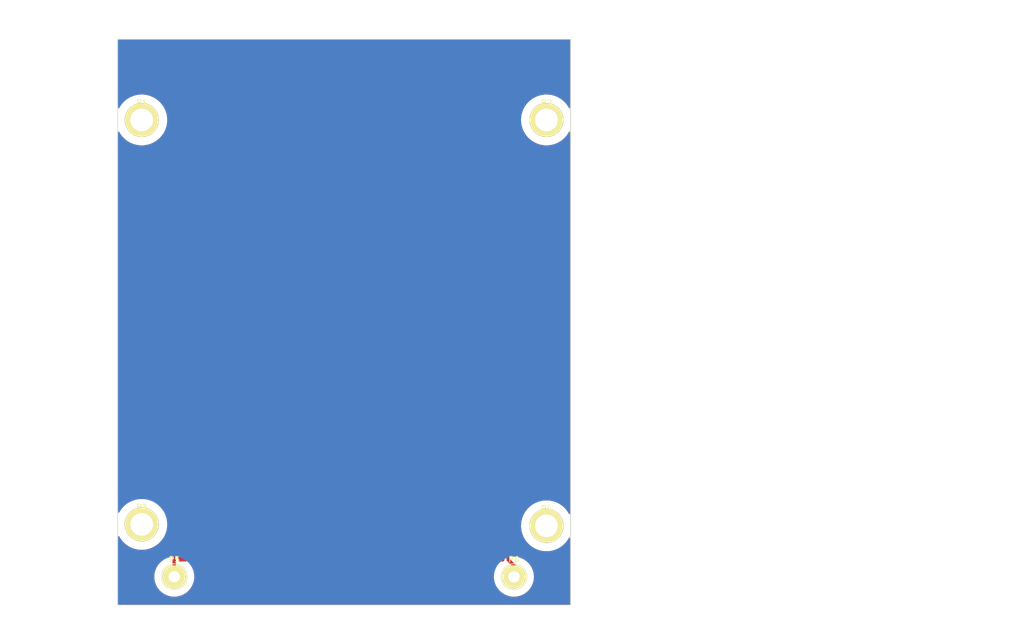
<source format=kicad_pcb>
(kicad_pcb (version 20221018) (generator pcbnew)
  (layers (0 "F.Cu" signal) (31 "B.Cu" signal) (34 "B.Paste" user) (35 "F.Paste" user) (36 "B.SilkS" user "B.Silkscreen") (37 "F.SilkS" user "F.Silkscreen") (38 "B.Mask" user) (39 "F.Mask" user) (44 "Edge.Cuts" user))
  (net 0 "")
  (net 1 "Net-(P1-Pad1)")
  (net 2 "Net-(P2-Pad1)")
  (net 3 "Net-(P3-Pad1)")
  (net 4 "Net-(P4-Pad1)")
  (net 5 "Net-(P5-Pad1)")
  (footprint "Connect:1pin" (layer "F.Cu") (at 75.5 65.75)
    (fp_text reference "P1" (at 0 -3.048) (layer "F.SilkS"))
    (fp_text value "CONN_01X01" hide)
    (fp_circle (center 0 0) (end 0 -2.286) (stroke (width 0.15)) (fill none) (layer "F.SilkS"))
    (pad "1" thru_hole circle (at 0 0) (size 6 6) (drill 4) (layers "*.Cu" "*.Mask" "F.SilkS") (net 1 "Net-(P1-Pad1)"))
  )
  (footprint "Connect:1pin" (layer "F.Cu") (at 147 65.75)
    (fp_text reference "P2" (at 0 -3.048) (layer "F.SilkS"))
    (fp_text value "CONN_01X01" hide)
    (fp_circle (center 0 0) (end 0 -2.286) (stroke (width 0.15)) (fill none) (layer "F.SilkS"))
    (pad "1" thru_hole circle (at 0 0) (size 6 6) (drill 4) (layers "*.Cu" "*.Mask" "F.SilkS") (net 2 "Net-(P2-Pad1)"))
  )
  (footprint "Connect:1pin" (layer "F.Cu") (at 75.5 137.25)
    (fp_text reference "P3" (at 0 -3.048) (layer "F.SilkS"))
    (fp_text value "CONN_01X01" hide)
    (fp_circle (center 0 0) (end 0 -2.286) (stroke (width 0.15)) (fill none) (layer "F.SilkS"))
    (pad "1" thru_hole circle (at 0 0) (size 6 6) (drill 4) (layers "*.Cu" "*.Mask" "F.SilkS") (net 3 "Net-(P3-Pad1)"))
  )
  (footprint "Connect:1pin" (layer "F.Cu") (at 147 137.5)
    (fp_text reference "P4" (at 0 -3.048) (layer "F.SilkS"))
    (fp_text value "CONN_01X01" hide)
    (fp_circle (center 0 0) (end 0 -2.286) (stroke (width 0.15)) (fill none) (layer "F.SilkS"))
    (pad "1" thru_hole circle (at 0 0) (size 6 6) (drill 4) (layers "*.Cu" "*.Mask" "F.SilkS") (net 4 "Net-(P4-Pad1)"))
  )
  (footprint "Connect:1pin" (layer "F.Cu") (at 81.25 146.5)
    (fp_text reference "P5" (at 0 -3.048) (layer "F.SilkS"))
    (fp_text value "CONN_01X01" hide)
    (fp_circle (center 0 0) (end 0 -2.286) (stroke (width 0.15)) (fill none) (layer "F.SilkS"))
    (pad "1" thru_hole circle (at 0 0) (size 4.064 4.064) (drill 2) (layers "*.Cu" "*.Mask" "F.SilkS") (net 5 "Net-(P5-Pad1)"))
  )
  (footprint "Connect:1pin" (layer "F.Cu") (at 141.25 146.5)
    (fp_text reference "P6" (at 0 -3.048) (layer "F.SilkS"))
    (fp_text value "CONN_01X01" hide)
    (fp_circle (center 0 0) (end 0 -2.286) (stroke (width 0.15)) (fill none) (layer "F.SilkS"))
    (pad "1" thru_hole circle (at 0 0) (size 4.064 4.064) (drill 2) (layers "*.Cu" "*.Mask" "F.SilkS") (net 5 "Net-(P5-Pad1)"))
  )
  (gr_line (start 151.25 151.5) (end 151.25 51.5) (stroke (width 0.1)) (layer "Edge.Cuts"))
  (gr_line (start 151.25 51.5) (end 151.25 151.5) (stroke (width 0.1)) (layer "Edge.Cuts"))
  (gr_line (start 151.25 151.5) (end 71.25 151.5) (stroke (width 0.1)) (layer "Edge.Cuts"))
  (gr_line (start 71.25 151.5) (end 71.25 51.5) (stroke (width 0.1)) (layer "Edge.Cuts"))
  (gr_line (start 71.25 51.5) (end 151.25 51.5) (stroke (width 0.1)) (layer "Edge.Cuts"))
  (segment (start 81.25 56.5) (end 82.25 56.5) (width 0.6) (layer "F.Cu") (net 5))
  (segment (start 85.25 56.5) (end 85.25 143.5) (width 0.6) (layer "F.Cu") (net 5))
  (segment (start 82.25 143.5) (end 83.25 143.5) (width 0.6) (layer "F.Cu") (net 5))
  (segment (start 83.25 143.5) (end 83.25 56.5) (width 0.6) (layer "F.Cu") (net 5))
  (segment (start 83.25 56.5) (end 84.25 56.5) (width 0.6) (layer "F.Cu") (net 5))
  (segment (start 84.25 56.5) (end 84.25 143.5) (width 0.6) (layer "F.Cu") (net 5))
  (segment (start 84.25 143.5) (end 85.25 143.5) (width 0.6) (layer "F.Cu") (net 5))
  (segment (start 86.25 56.5) (end 86.25 146.5) (width 0.6) (layer "F.Cu") (net 5))
  (segment (start 86.25 146.5) (end 87.25 146.5) (width 0.6) (layer "F.Cu") (net 5))
  (segment (start 87.25 146.5) (end 87.25 56.5) (width 0.6) (layer "F.Cu") (net 5))
  (segment (start 87.25 56.5) (end 88.25 56.5) (width 0.6) (layer "F.Cu") (net 5))
  (segment (start 88.25 56.5) (end 88.25 146.5) (width 0.6) (layer "F.Cu") (net 5))
  (segment (start 88.25 146.5) (end 89.25 146.5) (width 0.6) (layer "F.Cu") (net 5))
  (segment (start 89.25 146.5) (end 89.25 56.5) (width 0.6) (layer "F.Cu") (net 5))
  (segment (start 89.25 56.5) (end 90.25 56.5) (width 0.6) (layer "F.Cu") (net 5))
  (segment (start 90.25 56.5) (end 90.25 146.5) (width 0.6) (layer "F.Cu") (net 5))
  (segment (start 90.25 146.5) (end 91.25 146.5) (width 0.6) (layer "F.Cu") (net 5))
  (segment (start 91.25 146.5) (end 91.25 56.5) (width 0.6) (layer "F.Cu") (net 5))
  (segment (start 92.25 56.5) (end 92.25 61.5) (width 0.6) (layer "F.Cu") (net 5))
  (segment (start 92.25 61.5) (end 92.25 146.5) (width 0.6) (layer "F.Cu") (net 5))
  (segment (start 92.25 146.5) (end 93.25 146.5) (width 0.6) (layer "F.Cu") (net 5))
  (segment (start 93.25 146.5) (end 93.25 56.5) (width 0.6) (layer "F.Cu") (net 5))
  (segment (start 93.25 56.5) (end 94.25 56.5) (width 0.6) (layer "F.Cu") (net 5))
  (segment (start 94.25 56.5) (end 94.25 146.5) (width 0.6) (layer "F.Cu") (net 5))
  (segment (start 94.25 146.5) (end 95.25 146.5) (width 0.6) (layer "F.Cu") (net 5))
  (segment (start 95.25 146.5) (end 95.25 56.5) (width 0.6) (layer "F.Cu") (net 5))
  (segment (start 95.25 56.5) (end 96.25 56.5) (width 0.6) (layer "F.Cu") (net 5))
  (segment (start 96.25 56.5) (end 96.25 146.5) (width 0.6) (layer "F.Cu") (net 5))
  (segment (start 96.25 146.5) (end 97.25 146.5) (width 0.6) (layer "F.Cu") (net 5))
  (segment (start 97.25 146.5) (end 97.25 56.5) (width 0.6) (layer "F.Cu") (net 5))
  (segment (start 97.25 56.5) (end 98.25 56.5) (width 0.6) (layer "F.Cu") (net 5))
  (segment (start 98.25 56.5) (end 98.25 146.5) (width 0.6) (layer "F.Cu") (net 5))
  (segment (start 98.25 146.5) (end 99.25 146.5) (width 0.6) (layer "F.Cu") (net 5))
  (segment (start 99.25 146.5) (end 99.25 56.5) (width 0.6) (layer "F.Cu") (net 5))
  (segment (start 99.25 56.5) (end 100.25 56.5) (width 0.6) (layer "F.Cu") (net 5))
  (segment (start 100.25 56.5) (end 100.25 146.5) (width 0.6) (layer "F.Cu") (net 5))
  (segment (start 100.25 146.5) (end 101.25 146.5) (width 0.6) (layer "F.Cu") (net 5))
  (segment (start 101.25 146.5) (end 101.25 56.5) (width 0.6) (layer "F.Cu") (net 5))
  (segment (start 101.25 56.5) (end 102.25 56.5) (width 0.6) (layer "F.Cu") (net 5))
  (segment (start 102.25 56.5) (end 102.25 146.5) (width 0.6) (layer "F.Cu") (net 5))
  (segment (start 102.25 146.5) (end 103.25 146.5) (width 0.6) (layer "F.Cu") (net 5))
  (segment (start 103.25 146.5) (end 103.25 56.5) (width 0.6) (layer "F.Cu") (net 5))
  (segment (start 105.25 146.5) (end 105.25 56.5) (width 0.6) (layer "F.Cu") (net 5))
  (segment (start 105.25 56.5) (end 106.25 56.5) (width 0.6) (layer "F.Cu") (net 5))
  (segment (start 106.25 56.5) (end 106.25 146.5) (width 0.6) (layer "F.Cu") (net 5))
  (segment (start 107.25 146.5) (end 107.25 56.5) (width 0.6) (layer "F.Cu") (net 5))
  (segment (start 124.25 146.5) (end 125.25 146.5) (width 0.6) (layer "F.Cu") (net 5))
  (segment (start 123.25 56.5) (end 124.25 56.5) (width 0.6) (layer "F.Cu") (net 5))
  (segment (start 112.25 56.5) (end 112.25 61.5) (width 0.6) (layer "F.Cu") (net 5))
  (segment (start 112.25 61.5) (end 112.25 146.5) (width 0.6) (layer "F.Cu") (net 5))
  (segment (start 112.25 146.5) (end 113.25 146.5) (width 0.6) (layer "F.Cu") (net 5))
  (segment (start 113.25 146.5) (end 113.25 56.5) (width 0.6) (layer "F.Cu") (net 5))
  (segment (start 113.25 56.5) (end 114.25 56.5) (width 0.6) (layer "F.Cu") (net 5))
  (segment (start 114.25 56.5) (end 114.25 146.5) (width 0.6) (layer "F.Cu") (net 5))
  (segment (start 114.25 146.5) (end 115.25 146.5) (width 0.6) (layer "F.Cu") (net 5))
  (segment (start 115.25 146.5) (end 115.25 56.5) (width 0.6) (layer "F.Cu") (net 5))
  (segment (start 115.25 56.5) (end 116.25 56.5) (width 0.6) (layer "F.Cu") (net 5))
  (segment (start 116.25 56.5) (end 116.25 146.5) (width 0.6) (layer "F.Cu") (net 5))
  (segment (start 116.25 146.5) (end 117.25 146.5) (width 0.6) (layer "F.Cu") (net 5))
  (segment (start 117.25 146.5) (end 117.25 56.5) (width 0.6) (layer "F.Cu") (net 5))
  (segment (start 117.25 56.5) (end 118.25 56.5) (width 0.6) (layer "F.Cu") (net 5))
  (segment (start 118.25 56.5) (end 118.25 146.5) (width 0.6) (layer "F.Cu") (net 5))
  (segment (start 118.25 146.5) (end 119.25 146.5) (width 0.6) (layer "F.Cu") (net 5))
  (segment (start 119.25 146.5) (end 119.25 56.5) (width 0.6) (layer "F.Cu") (net 5))
  (segment (start 119.25 56.5) (end 120.25 56.5) (width 0.6) (layer "F.Cu") (net 5))
  (segment (start 120.25 56.5) (end 120.25 146.5) (width 0.6) (layer "F.Cu") (net 5))
  (segment (start 120.25 146.5) (end 121.25 146.5) (width 0.6) (layer "F.Cu") (net 5))
  (segment (start 121.25 146.5) (end 121.25 56.5) (width 0.6) (layer "F.Cu") (net 5))
  (segment (start 121.25 56.5) (end 122.25 56.5) (width 0.6) (layer "F.Cu") (net 5))
  (segment (start 122.25 56.5) (end 122.25 146.5) (width 0.6) (layer "F.Cu") (net 5))
  (segment (start 122.25 146.5) (end 123.25 146.5) (width 0.6) (layer "F.Cu") (net 5))
  (segment (start 123.25 146.5) (end 123.25 56.5) (width 0.6) (layer "F.Cu") (net 5))
  (segment (start 111.25 146.5) (end 111.25 56.5) (width 0.6) (layer "F.Cu") (net 5))
  (segment (start 110.25 146.5) (end 111.25 146.5) (width 0.6) (layer "F.Cu") (net 5))
  (segment (start 110.25 56.5) (end 110.25 146.5) (width 0.6) (layer "F.Cu") (net 5))
  (segment (start 109.25 56.5) (end 110.25 56.5) (width 0.6) (layer "F.Cu") (net 5))
  (segment (start 109.25 146.5) (end 109.25 56.5) (width 0.6) (layer "F.Cu") (net 5))
  (segment (start 108.25 146.5) (end 109.25 146.5) (width 0.6) (layer "F.Cu") (net 5))
  (segment (start 108.25 56.5) (end 108.25 146.5) (width 0.6) (layer "F.Cu") (net 5))
  (segment (start 107.25 56.5) (end 108.25 56.5) (width 0.6) (layer "F.Cu") (net 5))
  (segment (start 106.25 146.5) (end 107.25 146.5) (width 0.6) (layer "F.Cu") (net 5))
  (segment (start 111.25 56.5) (end 112.25 56.5) (width 0.6) (layer "F.Cu") (net 5))
  (segment (start 124.25 146.5) (end 124.25 56.5) (width 0.6) (layer "F.Cu") (net 5))
  (segment (start 127.25 146.5) (end 127.25 56.5) (width 0.6) (layer "F.Cu") (net 5))
  (segment (start 126.25 146.5) (end 127.25 146.5) (width 0.6) (layer "F.Cu") (net 5))
  (segment (start 126.25 56.5) (end 126.25 146.5) (width 0.6) (layer "F.Cu") (net 5))
  (segment (start 125.25 56.5) (end 126.25 56.5) (width 0.6) (layer "F.Cu") (net 5))
  (segment (start 125.25 146.5) (end 125.25 56.5) (width 0.6) (layer "F.Cu") (net 5))
  (segment (start 128.25 56.5) (end 128.25 146.5) (width 0.6) (layer "F.Cu") (net 5))
  (segment (start 128.25 146.5) (end 129.25 146.5) (width 0.6) (layer "F.Cu") (net 5))
  (segment (start 129.25 146.5) (end 129.25 56.5) (width 0.6) (layer "F.Cu") (net 5))
  (segment (start 129.25 56.5) (end 130.25 56.5) (width 0.6) (layer "F.Cu") (net 5))
  (segment (start 130.25 56.5) (end 130.25 146.5) (width 0.6) (layer "F.Cu") (net 5))
  (segment (start 130.25 146.5) (end 131.25 146.5) (width 0.6) (layer "F.Cu") (net 5))
  (segment (start 131.25 146.5) (end 131.25 56.5) (width 0.6) (layer "F.Cu") (net 5))
  (segment (start 131.25 56.5) (end 132.25 56.5) (width 0.6) (layer "F.Cu") (net 5))
  (segment (start 132.25 56.5) (end 132.25 146.5) (width 0.6) (layer "F.Cu") (net 5))
  (segment (start 132.25 146.5) (end 133.25 146.5) (width 0.6) (layer "F.Cu") (net 5))
  (segment (start 133.25 146.5) (end 133.25 56.5) (width 0.6) (layer "F.Cu") (net 5))
  (segment (start 133.25 56.5) (end 134.25 56.5) (width 0.6) (layer "F.Cu") (net 5))
  (segment (start 134.25 56.5) (end 134.25 146.5) (width 0.6) (layer "F.Cu") (net 5))
  (segment (start 134.25 146.5) (end 135.25 146.5) (width 0.6) (layer "F.Cu") (net 5))
  (segment (start 135.25 146.5) (end 135.25 56.5) (width 0.6) (layer "F.Cu") (net 5))
  (segment (start 135.25 56.5) (end 136.25 56.5) (width 0.6) (layer "F.Cu") (net 5))
  (segment (start 136.25 56.5) (end 136.25 146.5) (width 0.6) (layer "F.Cu") (net 5))
  (segment (start 136.25 146.5) (end 137.25 146.5) (width 0.6) (layer "F.Cu") (net 5))
  (segment (start 137.25 146.5) (end 137.25 56.5) (width 0.6) (layer "F.Cu") (net 5))
  (segment (start 137.25 56.5) (end 138.25 56.5) (width 0.6) (layer "F.Cu") (net 5))
  (segment (start 138.25 56.5) (end 138.25 143.5) (width 0.6) (layer "F.Cu") (net 5))
  (segment (start 138.25 143.5) (end 139.25 143.5) (width 0.6) (layer "F.Cu") (net 5))
  (segment (start 139.25 143.5) (end 139.25 56.5) (width 0.6) (layer "F.Cu") (net 5))
  (segment (start 139.25 56.5) (end 140.25 56.5) (width 0.6) (layer "F.Cu") (net 5))
  (segment (start 140.25 56.5) (end 140.25 143.5) (width 0.6) (layer "F.Cu") (net 5))
  (segment (start 140.25 143.5) (end 141.25 144.5) (width 0.6) (layer "F.Cu") (net 5))
  (segment (start 141.25 144.5) (end 141.25 146.5) (width 0.6) (layer "F.Cu") (net 5))
  (segment (start 81.25 146.5) (end 81.25 56.5) (width 0.6) (layer "F.Cu") (net 5))
  (segment (start 104.25 146.5) (end 104.25 56.5) (width 0.6) (layer "F.Cu") (net 5))
  (segment (start 91.25 56.5) (end 92.25 56.5) (width 0.6) (layer "F.Cu") (net 5))
  (segment (start 103.25 56.5) (end 104.25 56.5) (width 0.6) (layer "F.Cu") (net 5))
  (segment (start 85.25 56.5) (end 86.25 56.5) (width 0.6) (layer "F.Cu") (net 5))
  (segment (start 127.25 56.5) (end 128.25 56.5) (width 0.6) (layer "F.Cu") (net 5))
  (segment (start 104.25 146.5) (end 105.25 146.5) (width 0.6) (layer "F.Cu") (net 5))
  (segment (start 82.25 142.5) (end 82.25 143.5) (width 0.6) (layer "F.Cu") (net 5))
  (segment (start 82.25 56.5) (end 82.25 142.5) (width 0.6) (layer "F.Cu") (net 5))
  (zone (net 0) (net_name "") (layer "F.Cu") (connect_pads (clearance 1.5)) (min_thickness 0.254) (fill yes (thermal_gap 0.3) (thermal_bridge_width 0.508))
    (polygon (pts (xy 71 51) (xy 152 51) (xy 152 152) (xy 71 152)))
  )
  (zone (net 0) (net_name "") (layer "B.Cu") (connect_pads (clearance 1.5)) (min_thickness 0.254) (fill yes (thermal_gap 0.3) (thermal_bridge_width 0.508))
    (polygon (pts (xy 71 51) (xy 152 51) (xy 152 152) (xy 71 152)))
  )
)
</source>
